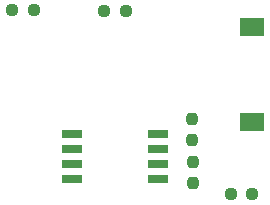
<source format=gbr>
%TF.GenerationSoftware,KiCad,Pcbnew,7.0.6*%
%TF.CreationDate,2023-10-04T19:29:37-04:00*%
%TF.ProjectId,Encoder_Pulse_Generic_ATTINY85,456e636f-6465-4725-9f50-756c73655f47,rev?*%
%TF.SameCoordinates,Original*%
%TF.FileFunction,Paste,Top*%
%TF.FilePolarity,Positive*%
%FSLAX46Y46*%
G04 Gerber Fmt 4.6, Leading zero omitted, Abs format (unit mm)*
G04 Created by KiCad (PCBNEW 7.0.6) date 2023-10-04 19:29:37*
%MOMM*%
%LPD*%
G01*
G04 APERTURE LIST*
G04 Aperture macros list*
%AMRoundRect*
0 Rectangle with rounded corners*
0 $1 Rounding radius*
0 $2 $3 $4 $5 $6 $7 $8 $9 X,Y pos of 4 corners*
0 Add a 4 corners polygon primitive as box body*
4,1,4,$2,$3,$4,$5,$6,$7,$8,$9,$2,$3,0*
0 Add four circle primitives for the rounded corners*
1,1,$1+$1,$2,$3*
1,1,$1+$1,$4,$5*
1,1,$1+$1,$6,$7*
1,1,$1+$1,$8,$9*
0 Add four rect primitives between the rounded corners*
20,1,$1+$1,$2,$3,$4,$5,0*
20,1,$1+$1,$4,$5,$6,$7,0*
20,1,$1+$1,$6,$7,$8,$9,0*
20,1,$1+$1,$8,$9,$2,$3,0*%
G04 Aperture macros list end*
%ADD10RoundRect,0.237500X-0.250000X-0.237500X0.250000X-0.237500X0.250000X0.237500X-0.250000X0.237500X0*%
%ADD11R,2.000000X1.500000*%
%ADD12RoundRect,0.237500X0.250000X0.237500X-0.250000X0.237500X-0.250000X-0.237500X0.250000X-0.237500X0*%
%ADD13RoundRect,0.237500X0.237500X-0.250000X0.237500X0.250000X-0.237500X0.250000X-0.237500X-0.250000X0*%
%ADD14RoundRect,0.237500X-0.237500X0.250000X-0.237500X-0.250000X0.237500X-0.250000X0.237500X0.250000X0*%
%ADD15R,1.700000X0.650000*%
G04 APERTURE END LIST*
D10*
%TO.C,R5*%
X148035000Y-96520000D03*
X149860000Y-96520000D03*
%TD*%
D11*
%TO.C,SW1*%
X149860000Y-90360000D03*
X149860000Y-82360000D03*
%TD*%
D12*
%TO.C,R4*%
X131365000Y-80927869D03*
X129540000Y-80927869D03*
%TD*%
%TO.C,R3*%
X137352321Y-80966968D03*
X139177321Y-80966968D03*
%TD*%
D13*
%TO.C,R2*%
X144803487Y-91946372D03*
X144803487Y-90121372D03*
%TD*%
D14*
%TO.C,R1*%
X144826975Y-93738517D03*
X144826975Y-95563517D03*
%TD*%
D15*
%TO.C,U1*%
X134620000Y-91440000D03*
X134620000Y-92710000D03*
X134620000Y-93980000D03*
X134620000Y-95250000D03*
X141920000Y-95250000D03*
X141920000Y-93980000D03*
X141920000Y-92710000D03*
X141920000Y-91440000D03*
%TD*%
M02*

</source>
